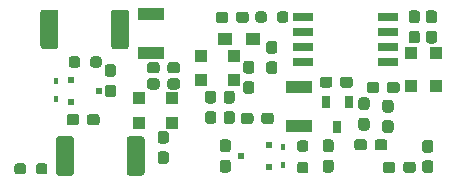
<source format=gbr>
%TF.GenerationSoftware,KiCad,Pcbnew,(5.1.9)-1*%
%TF.CreationDate,2021-08-27T14:21:39+03:00*%
%TF.ProjectId,Spina_SSM3J351,5370696e-615f-4535-934d-334a3335312e,rev?*%
%TF.SameCoordinates,Original*%
%TF.FileFunction,Paste,Top*%
%TF.FilePolarity,Positive*%
%FSLAX46Y46*%
G04 Gerber Fmt 4.6, Leading zero omitted, Abs format (unit mm)*
G04 Created by KiCad (PCBNEW (5.1.9)-1) date 2021-08-27 14:21:39*
%MOMM*%
%LPD*%
G01*
G04 APERTURE LIST*
%ADD10R,2.200000X1.100000*%
%ADD11R,0.650000X1.100000*%
%ADD12R,1.150000X1.000000*%
%ADD13R,0.575000X0.620000*%
%ADD14R,1.000000X1.000000*%
%ADD15R,0.420000X0.550000*%
%ADD16R,1.750000X0.650000*%
G04 APERTURE END LIST*
D10*
%TO.C,C1*%
X71424800Y-114503200D03*
X71424800Y-117803200D03*
%TD*%
%TO.C,C2*%
X83947000Y-123951000D03*
X83947000Y-120651000D03*
%TD*%
%TO.C,C3*%
G36*
G01*
X68207900Y-121543100D02*
X67732900Y-121543100D01*
G75*
G02*
X67495400Y-121305600I0J237500D01*
G01*
X67495400Y-120705600D01*
G75*
G02*
X67732900Y-120468100I237500J0D01*
G01*
X68207900Y-120468100D01*
G75*
G02*
X68445400Y-120705600I0J-237500D01*
G01*
X68445400Y-121305600D01*
G75*
G02*
X68207900Y-121543100I-237500J0D01*
G01*
G37*
G36*
G01*
X68207900Y-119818100D02*
X67732900Y-119818100D01*
G75*
G02*
X67495400Y-119580600I0J237500D01*
G01*
X67495400Y-118980600D01*
G75*
G02*
X67732900Y-118743100I237500J0D01*
G01*
X68207900Y-118743100D01*
G75*
G02*
X68445400Y-118980600I0J-237500D01*
G01*
X68445400Y-119580600D01*
G75*
G02*
X68207900Y-119818100I-237500J0D01*
G01*
G37*
%TD*%
%TO.C,C4*%
G36*
G01*
X89670900Y-124362500D02*
X89195900Y-124362500D01*
G75*
G02*
X88958400Y-124125000I0J237500D01*
G01*
X88958400Y-123525000D01*
G75*
G02*
X89195900Y-123287500I237500J0D01*
G01*
X89670900Y-123287500D01*
G75*
G02*
X89908400Y-123525000I0J-237500D01*
G01*
X89908400Y-124125000D01*
G75*
G02*
X89670900Y-124362500I-237500J0D01*
G01*
G37*
G36*
G01*
X89670900Y-122637500D02*
X89195900Y-122637500D01*
G75*
G02*
X88958400Y-122400000I0J237500D01*
G01*
X88958400Y-121800000D01*
G75*
G02*
X89195900Y-121562500I237500J0D01*
G01*
X89670900Y-121562500D01*
G75*
G02*
X89908400Y-121800000I0J-237500D01*
G01*
X89908400Y-122400000D01*
G75*
G02*
X89670900Y-122637500I-237500J0D01*
G01*
G37*
%TD*%
%TO.C,C5*%
G36*
G01*
X77936100Y-127918500D02*
X77461100Y-127918500D01*
G75*
G02*
X77223600Y-127681000I0J237500D01*
G01*
X77223600Y-127081000D01*
G75*
G02*
X77461100Y-126843500I237500J0D01*
G01*
X77936100Y-126843500D01*
G75*
G02*
X78173600Y-127081000I0J-237500D01*
G01*
X78173600Y-127681000D01*
G75*
G02*
X77936100Y-127918500I-237500J0D01*
G01*
G37*
G36*
G01*
X77936100Y-126193500D02*
X77461100Y-126193500D01*
G75*
G02*
X77223600Y-125956000I0J237500D01*
G01*
X77223600Y-125356000D01*
G75*
G02*
X77461100Y-125118500I237500J0D01*
G01*
X77936100Y-125118500D01*
G75*
G02*
X78173600Y-125356000I0J-237500D01*
G01*
X78173600Y-125956000D01*
G75*
G02*
X77936100Y-126193500I-237500J0D01*
G01*
G37*
%TD*%
%TO.C,C6*%
G36*
G01*
X87421600Y-120506500D02*
X87421600Y-120031500D01*
G75*
G02*
X87659100Y-119794000I237500J0D01*
G01*
X88259100Y-119794000D01*
G75*
G02*
X88496600Y-120031500I0J-237500D01*
G01*
X88496600Y-120506500D01*
G75*
G02*
X88259100Y-120744000I-237500J0D01*
G01*
X87659100Y-120744000D01*
G75*
G02*
X87421600Y-120506500I0J237500D01*
G01*
G37*
G36*
G01*
X85696600Y-120506500D02*
X85696600Y-120031500D01*
G75*
G02*
X85934100Y-119794000I237500J0D01*
G01*
X86534100Y-119794000D01*
G75*
G02*
X86771600Y-120031500I0J-237500D01*
G01*
X86771600Y-120506500D01*
G75*
G02*
X86534100Y-120744000I-237500J0D01*
G01*
X85934100Y-120744000D01*
G75*
G02*
X85696600Y-120506500I0J237500D01*
G01*
G37*
%TD*%
%TO.C,C7*%
G36*
G01*
X65982900Y-123681500D02*
X65982900Y-123206500D01*
G75*
G02*
X66220400Y-122969000I237500J0D01*
G01*
X66820400Y-122969000D01*
G75*
G02*
X67057900Y-123206500I0J-237500D01*
G01*
X67057900Y-123681500D01*
G75*
G02*
X66820400Y-123919000I-237500J0D01*
G01*
X66220400Y-123919000D01*
G75*
G02*
X65982900Y-123681500I0J237500D01*
G01*
G37*
G36*
G01*
X64257900Y-123681500D02*
X64257900Y-123206500D01*
G75*
G02*
X64495400Y-122969000I237500J0D01*
G01*
X65095400Y-122969000D01*
G75*
G02*
X65332900Y-123206500I0J-237500D01*
G01*
X65332900Y-123681500D01*
G75*
G02*
X65095400Y-123919000I-237500J0D01*
G01*
X64495400Y-123919000D01*
G75*
G02*
X64257900Y-123681500I0J237500D01*
G01*
G37*
%TD*%
%TO.C,C8*%
G36*
G01*
X95385900Y-116996500D02*
X94910900Y-116996500D01*
G75*
G02*
X94673400Y-116759000I0J237500D01*
G01*
X94673400Y-116159000D01*
G75*
G02*
X94910900Y-115921500I237500J0D01*
G01*
X95385900Y-115921500D01*
G75*
G02*
X95623400Y-116159000I0J-237500D01*
G01*
X95623400Y-116759000D01*
G75*
G02*
X95385900Y-116996500I-237500J0D01*
G01*
G37*
G36*
G01*
X95385900Y-115271500D02*
X94910900Y-115271500D01*
G75*
G02*
X94673400Y-115034000I0J237500D01*
G01*
X94673400Y-114434000D01*
G75*
G02*
X94910900Y-114196500I237500J0D01*
G01*
X95385900Y-114196500D01*
G75*
G02*
X95623400Y-114434000I0J-237500D01*
G01*
X95623400Y-115034000D01*
G75*
G02*
X95385900Y-115271500I-237500J0D01*
G01*
G37*
%TD*%
%TO.C,C9*%
G36*
G01*
X71067300Y-120658900D02*
X71067300Y-120183900D01*
G75*
G02*
X71304800Y-119946400I237500J0D01*
G01*
X71904800Y-119946400D01*
G75*
G02*
X72142300Y-120183900I0J-237500D01*
G01*
X72142300Y-120658900D01*
G75*
G02*
X71904800Y-120896400I-237500J0D01*
G01*
X71304800Y-120896400D01*
G75*
G02*
X71067300Y-120658900I0J237500D01*
G01*
G37*
G36*
G01*
X72792300Y-120658900D02*
X72792300Y-120183900D01*
G75*
G02*
X73029800Y-119946400I237500J0D01*
G01*
X73629800Y-119946400D01*
G75*
G02*
X73867300Y-120183900I0J-237500D01*
G01*
X73867300Y-120658900D01*
G75*
G02*
X73629800Y-120896400I-237500J0D01*
G01*
X73029800Y-120896400D01*
G75*
G02*
X72792300Y-120658900I0J237500D01*
G01*
G37*
%TD*%
%TO.C,C10*%
G36*
G01*
X72203300Y-126130100D02*
X72678300Y-126130100D01*
G75*
G02*
X72915800Y-126367600I0J-237500D01*
G01*
X72915800Y-126967600D01*
G75*
G02*
X72678300Y-127205100I-237500J0D01*
G01*
X72203300Y-127205100D01*
G75*
G02*
X71965800Y-126967600I0J237500D01*
G01*
X71965800Y-126367600D01*
G75*
G02*
X72203300Y-126130100I237500J0D01*
G01*
G37*
G36*
G01*
X72203300Y-124405100D02*
X72678300Y-124405100D01*
G75*
G02*
X72915800Y-124642600I0J-237500D01*
G01*
X72915800Y-125242600D01*
G75*
G02*
X72678300Y-125480100I-237500J0D01*
G01*
X72203300Y-125480100D01*
G75*
G02*
X71965800Y-125242600I0J237500D01*
G01*
X71965800Y-124642600D01*
G75*
G02*
X72203300Y-124405100I237500J0D01*
G01*
G37*
%TD*%
%TO.C,C11*%
G36*
G01*
X93463100Y-115919300D02*
X93938100Y-115919300D01*
G75*
G02*
X94175600Y-116156800I0J-237500D01*
G01*
X94175600Y-116756800D01*
G75*
G02*
X93938100Y-116994300I-237500J0D01*
G01*
X93463100Y-116994300D01*
G75*
G02*
X93225600Y-116756800I0J237500D01*
G01*
X93225600Y-116156800D01*
G75*
G02*
X93463100Y-115919300I237500J0D01*
G01*
G37*
G36*
G01*
X93463100Y-114194300D02*
X93938100Y-114194300D01*
G75*
G02*
X94175600Y-114431800I0J-237500D01*
G01*
X94175600Y-115031800D01*
G75*
G02*
X93938100Y-115269300I-237500J0D01*
G01*
X93463100Y-115269300D01*
G75*
G02*
X93225600Y-115031800I0J237500D01*
G01*
X93225600Y-114431800D01*
G75*
G02*
X93463100Y-114194300I237500J0D01*
G01*
G37*
%TD*%
%TO.C,C12*%
G36*
G01*
X91227900Y-121765700D02*
X91702900Y-121765700D01*
G75*
G02*
X91940400Y-122003200I0J-237500D01*
G01*
X91940400Y-122603200D01*
G75*
G02*
X91702900Y-122840700I-237500J0D01*
G01*
X91227900Y-122840700D01*
G75*
G02*
X90990400Y-122603200I0J237500D01*
G01*
X90990400Y-122003200D01*
G75*
G02*
X91227900Y-121765700I237500J0D01*
G01*
G37*
G36*
G01*
X91227900Y-123490700D02*
X91702900Y-123490700D01*
G75*
G02*
X91940400Y-123728200I0J-237500D01*
G01*
X91940400Y-124328200D01*
G75*
G02*
X91702900Y-124565700I-237500J0D01*
G01*
X91227900Y-124565700D01*
G75*
G02*
X90990400Y-124328200I0J237500D01*
G01*
X90990400Y-123728200D01*
G75*
G02*
X91227900Y-123490700I237500J0D01*
G01*
G37*
%TD*%
%TO.C,C13*%
G36*
G01*
X78608900Y-115020100D02*
X78608900Y-114545100D01*
G75*
G02*
X78846400Y-114307600I237500J0D01*
G01*
X79446400Y-114307600D01*
G75*
G02*
X79683900Y-114545100I0J-237500D01*
G01*
X79683900Y-115020100D01*
G75*
G02*
X79446400Y-115257600I-237500J0D01*
G01*
X78846400Y-115257600D01*
G75*
G02*
X78608900Y-115020100I0J237500D01*
G01*
G37*
G36*
G01*
X76883900Y-115020100D02*
X76883900Y-114545100D01*
G75*
G02*
X77121400Y-114307600I237500J0D01*
G01*
X77721400Y-114307600D01*
G75*
G02*
X77958900Y-114545100I0J-237500D01*
G01*
X77958900Y-115020100D01*
G75*
G02*
X77721400Y-115257600I-237500J0D01*
G01*
X77121400Y-115257600D01*
G75*
G02*
X76883900Y-115020100I0J237500D01*
G01*
G37*
%TD*%
%TO.C,C14*%
G36*
G01*
X71067300Y-119287300D02*
X71067300Y-118812300D01*
G75*
G02*
X71304800Y-118574800I237500J0D01*
G01*
X71904800Y-118574800D01*
G75*
G02*
X72142300Y-118812300I0J-237500D01*
G01*
X72142300Y-119287300D01*
G75*
G02*
X71904800Y-119524800I-237500J0D01*
G01*
X71304800Y-119524800D01*
G75*
G02*
X71067300Y-119287300I0J237500D01*
G01*
G37*
G36*
G01*
X72792300Y-119287300D02*
X72792300Y-118812300D01*
G75*
G02*
X73029800Y-118574800I237500J0D01*
G01*
X73629800Y-118574800D01*
G75*
G02*
X73867300Y-118812300I0J-237500D01*
G01*
X73867300Y-119287300D01*
G75*
G02*
X73629800Y-119524800I-237500J0D01*
G01*
X73029800Y-119524800D01*
G75*
G02*
X72792300Y-119287300I0J237500D01*
G01*
G37*
%TD*%
%TO.C,C15*%
G36*
G01*
X76216500Y-122728700D02*
X76691500Y-122728700D01*
G75*
G02*
X76929000Y-122966200I0J-237500D01*
G01*
X76929000Y-123566200D01*
G75*
G02*
X76691500Y-123803700I-237500J0D01*
G01*
X76216500Y-123803700D01*
G75*
G02*
X75979000Y-123566200I0J237500D01*
G01*
X75979000Y-122966200D01*
G75*
G02*
X76216500Y-122728700I237500J0D01*
G01*
G37*
G36*
G01*
X76216500Y-121003700D02*
X76691500Y-121003700D01*
G75*
G02*
X76929000Y-121241200I0J-237500D01*
G01*
X76929000Y-121841200D01*
G75*
G02*
X76691500Y-122078700I-237500J0D01*
G01*
X76216500Y-122078700D01*
G75*
G02*
X75979000Y-121841200I0J237500D01*
G01*
X75979000Y-121241200D01*
G75*
G02*
X76216500Y-121003700I237500J0D01*
G01*
G37*
%TD*%
%TO.C,C16*%
G36*
G01*
X95081100Y-126244300D02*
X94606100Y-126244300D01*
G75*
G02*
X94368600Y-126006800I0J237500D01*
G01*
X94368600Y-125406800D01*
G75*
G02*
X94606100Y-125169300I237500J0D01*
G01*
X95081100Y-125169300D01*
G75*
G02*
X95318600Y-125406800I0J-237500D01*
G01*
X95318600Y-126006800D01*
G75*
G02*
X95081100Y-126244300I-237500J0D01*
G01*
G37*
G36*
G01*
X95081100Y-127969300D02*
X94606100Y-127969300D01*
G75*
G02*
X94368600Y-127731800I0J237500D01*
G01*
X94368600Y-127131800D01*
G75*
G02*
X94606100Y-126894300I237500J0D01*
G01*
X95081100Y-126894300D01*
G75*
G02*
X95318600Y-127131800I0J-237500D01*
G01*
X95318600Y-127731800D01*
G75*
G02*
X95081100Y-127969300I-237500J0D01*
G01*
G37*
%TD*%
%TO.C,C17*%
G36*
G01*
X92460100Y-120488700D02*
X92460100Y-120963700D01*
G75*
G02*
X92222600Y-121201200I-237500J0D01*
G01*
X91622600Y-121201200D01*
G75*
G02*
X91385100Y-120963700I0J237500D01*
G01*
X91385100Y-120488700D01*
G75*
G02*
X91622600Y-120251200I237500J0D01*
G01*
X92222600Y-120251200D01*
G75*
G02*
X92460100Y-120488700I0J-237500D01*
G01*
G37*
G36*
G01*
X90735100Y-120488700D02*
X90735100Y-120963700D01*
G75*
G02*
X90497600Y-121201200I-237500J0D01*
G01*
X89897600Y-121201200D01*
G75*
G02*
X89660100Y-120963700I0J237500D01*
G01*
X89660100Y-120488700D01*
G75*
G02*
X89897600Y-120251200I237500J0D01*
G01*
X90497600Y-120251200D01*
G75*
G02*
X90735100Y-120488700I0J-237500D01*
G01*
G37*
%TD*%
%TO.C,C18*%
G36*
G01*
X81817500Y-123104900D02*
X81817500Y-123579900D01*
G75*
G02*
X81580000Y-123817400I-237500J0D01*
G01*
X80980000Y-123817400D01*
G75*
G02*
X80742500Y-123579900I0J237500D01*
G01*
X80742500Y-123104900D01*
G75*
G02*
X80980000Y-122867400I237500J0D01*
G01*
X81580000Y-122867400D01*
G75*
G02*
X81817500Y-123104900I0J-237500D01*
G01*
G37*
G36*
G01*
X80092500Y-123104900D02*
X80092500Y-123579900D01*
G75*
G02*
X79855000Y-123817400I-237500J0D01*
G01*
X79255000Y-123817400D01*
G75*
G02*
X79017500Y-123579900I0J237500D01*
G01*
X79017500Y-123104900D01*
G75*
G02*
X79255000Y-122867400I237500J0D01*
G01*
X79855000Y-122867400D01*
G75*
G02*
X80092500Y-123104900I0J-237500D01*
G01*
G37*
%TD*%
%TO.C,C19*%
G36*
G01*
X81398100Y-116787300D02*
X81873100Y-116787300D01*
G75*
G02*
X82110600Y-117024800I0J-237500D01*
G01*
X82110600Y-117624800D01*
G75*
G02*
X81873100Y-117862300I-237500J0D01*
G01*
X81398100Y-117862300D01*
G75*
G02*
X81160600Y-117624800I0J237500D01*
G01*
X81160600Y-117024800D01*
G75*
G02*
X81398100Y-116787300I237500J0D01*
G01*
G37*
G36*
G01*
X81398100Y-118512300D02*
X81873100Y-118512300D01*
G75*
G02*
X82110600Y-118749800I0J-237500D01*
G01*
X82110600Y-119349800D01*
G75*
G02*
X81873100Y-119587300I-237500J0D01*
G01*
X81398100Y-119587300D01*
G75*
G02*
X81160600Y-119349800I0J237500D01*
G01*
X81160600Y-118749800D01*
G75*
G02*
X81398100Y-118512300I237500J0D01*
G01*
G37*
%TD*%
%TO.C,C20*%
G36*
G01*
X77791300Y-122728700D02*
X78266300Y-122728700D01*
G75*
G02*
X78503800Y-122966200I0J-237500D01*
G01*
X78503800Y-123566200D01*
G75*
G02*
X78266300Y-123803700I-237500J0D01*
G01*
X77791300Y-123803700D01*
G75*
G02*
X77553800Y-123566200I0J237500D01*
G01*
X77553800Y-122966200D01*
G75*
G02*
X77791300Y-122728700I237500J0D01*
G01*
G37*
G36*
G01*
X77791300Y-121003700D02*
X78266300Y-121003700D01*
G75*
G02*
X78503800Y-121241200I0J-237500D01*
G01*
X78503800Y-121841200D01*
G75*
G02*
X78266300Y-122078700I-237500J0D01*
G01*
X77791300Y-122078700D01*
G75*
G02*
X77553800Y-121841200I0J237500D01*
G01*
X77553800Y-121241200D01*
G75*
G02*
X77791300Y-121003700I237500J0D01*
G01*
G37*
%TD*%
%TO.C,C21*%
G36*
G01*
X92106700Y-127245100D02*
X92106700Y-127720100D01*
G75*
G02*
X91869200Y-127957600I-237500J0D01*
G01*
X91269200Y-127957600D01*
G75*
G02*
X91031700Y-127720100I0J237500D01*
G01*
X91031700Y-127245100D01*
G75*
G02*
X91269200Y-127007600I237500J0D01*
G01*
X91869200Y-127007600D01*
G75*
G02*
X92106700Y-127245100I0J-237500D01*
G01*
G37*
G36*
G01*
X93831700Y-127245100D02*
X93831700Y-127720100D01*
G75*
G02*
X93594200Y-127957600I-237500J0D01*
G01*
X92994200Y-127957600D01*
G75*
G02*
X92756700Y-127720100I0J237500D01*
G01*
X92756700Y-127245100D01*
G75*
G02*
X92994200Y-127007600I237500J0D01*
G01*
X93594200Y-127007600D01*
G75*
G02*
X93831700Y-127245100I0J-237500D01*
G01*
G37*
%TD*%
%TO.C,C22*%
G36*
G01*
X88618700Y-125815100D02*
X88618700Y-125340100D01*
G75*
G02*
X88856200Y-125102600I237500J0D01*
G01*
X89456200Y-125102600D01*
G75*
G02*
X89693700Y-125340100I0J-237500D01*
G01*
X89693700Y-125815100D01*
G75*
G02*
X89456200Y-126052600I-237500J0D01*
G01*
X88856200Y-126052600D01*
G75*
G02*
X88618700Y-125815100I0J237500D01*
G01*
G37*
G36*
G01*
X90343700Y-125815100D02*
X90343700Y-125340100D01*
G75*
G02*
X90581200Y-125102600I237500J0D01*
G01*
X91181200Y-125102600D01*
G75*
G02*
X91418700Y-125340100I0J-237500D01*
G01*
X91418700Y-125815100D01*
G75*
G02*
X91181200Y-126052600I-237500J0D01*
G01*
X90581200Y-126052600D01*
G75*
G02*
X90343700Y-125815100I0J237500D01*
G01*
G37*
%TD*%
%TO.C,C23*%
G36*
G01*
X79442300Y-120188700D02*
X79917300Y-120188700D01*
G75*
G02*
X80154800Y-120426200I0J-237500D01*
G01*
X80154800Y-121026200D01*
G75*
G02*
X79917300Y-121263700I-237500J0D01*
G01*
X79442300Y-121263700D01*
G75*
G02*
X79204800Y-121026200I0J237500D01*
G01*
X79204800Y-120426200D01*
G75*
G02*
X79442300Y-120188700I237500J0D01*
G01*
G37*
G36*
G01*
X79442300Y-118463700D02*
X79917300Y-118463700D01*
G75*
G02*
X80154800Y-118701200I0J-237500D01*
G01*
X80154800Y-119301200D01*
G75*
G02*
X79917300Y-119538700I-237500J0D01*
G01*
X79442300Y-119538700D01*
G75*
G02*
X79204800Y-119301200I0J237500D01*
G01*
X79204800Y-118701200D01*
G75*
G02*
X79442300Y-118463700I237500J0D01*
G01*
G37*
%TD*%
%TO.C,C24*%
G36*
G01*
X86648300Y-126193500D02*
X86173300Y-126193500D01*
G75*
G02*
X85935800Y-125956000I0J237500D01*
G01*
X85935800Y-125356000D01*
G75*
G02*
X86173300Y-125118500I237500J0D01*
G01*
X86648300Y-125118500D01*
G75*
G02*
X86885800Y-125356000I0J-237500D01*
G01*
X86885800Y-125956000D01*
G75*
G02*
X86648300Y-126193500I-237500J0D01*
G01*
G37*
G36*
G01*
X86648300Y-127918500D02*
X86173300Y-127918500D01*
G75*
G02*
X85935800Y-127681000I0J237500D01*
G01*
X85935800Y-127081000D01*
G75*
G02*
X86173300Y-126843500I237500J0D01*
G01*
X86648300Y-126843500D01*
G75*
G02*
X86885800Y-127081000I0J-237500D01*
G01*
X86885800Y-127681000D01*
G75*
G02*
X86648300Y-127918500I-237500J0D01*
G01*
G37*
%TD*%
D11*
%TO.C,IC1*%
X88158200Y-121936800D03*
X86238200Y-121936800D03*
X87198200Y-124036800D03*
%TD*%
D12*
%TO.C,L3*%
X80035400Y-116611400D03*
X77685400Y-116611400D03*
%TD*%
D13*
%TO.C,Q1*%
X64643000Y-120055600D03*
X64643000Y-121955600D03*
X67019000Y-121005600D03*
%TD*%
%TO.C,Q2*%
X78999800Y-126517400D03*
X81375800Y-125567400D03*
X81375800Y-127467400D03*
%TD*%
%TO.C,R1*%
G36*
G01*
X66263700Y-118804700D02*
X66263700Y-118329700D01*
G75*
G02*
X66501200Y-118092200I237500J0D01*
G01*
X67001200Y-118092200D01*
G75*
G02*
X67238700Y-118329700I0J-237500D01*
G01*
X67238700Y-118804700D01*
G75*
G02*
X67001200Y-119042200I-237500J0D01*
G01*
X66501200Y-119042200D01*
G75*
G02*
X66263700Y-118804700I0J237500D01*
G01*
G37*
G36*
G01*
X64438700Y-118804700D02*
X64438700Y-118329700D01*
G75*
G02*
X64676200Y-118092200I237500J0D01*
G01*
X65176200Y-118092200D01*
G75*
G02*
X65413700Y-118329700I0J-237500D01*
G01*
X65413700Y-118804700D01*
G75*
G02*
X65176200Y-119042200I-237500J0D01*
G01*
X64676200Y-119042200D01*
G75*
G02*
X64438700Y-118804700I0J237500D01*
G01*
G37*
%TD*%
%TO.C,R2*%
G36*
G01*
X84489300Y-126170500D02*
X84014300Y-126170500D01*
G75*
G02*
X83776800Y-125933000I0J237500D01*
G01*
X83776800Y-125433000D01*
G75*
G02*
X84014300Y-125195500I237500J0D01*
G01*
X84489300Y-125195500D01*
G75*
G02*
X84726800Y-125433000I0J-237500D01*
G01*
X84726800Y-125933000D01*
G75*
G02*
X84489300Y-126170500I-237500J0D01*
G01*
G37*
G36*
G01*
X84489300Y-127995500D02*
X84014300Y-127995500D01*
G75*
G02*
X83776800Y-127758000I0J237500D01*
G01*
X83776800Y-127258000D01*
G75*
G02*
X84014300Y-127020500I237500J0D01*
G01*
X84489300Y-127020500D01*
G75*
G02*
X84726800Y-127258000I0J-237500D01*
G01*
X84726800Y-127758000D01*
G75*
G02*
X84489300Y-127995500I-237500J0D01*
G01*
G37*
%TD*%
%TO.C,R3*%
G36*
G01*
X83037500Y-114519700D02*
X83037500Y-114994700D01*
G75*
G02*
X82800000Y-115232200I-237500J0D01*
G01*
X82300000Y-115232200D01*
G75*
G02*
X82062500Y-114994700I0J237500D01*
G01*
X82062500Y-114519700D01*
G75*
G02*
X82300000Y-114282200I237500J0D01*
G01*
X82800000Y-114282200D01*
G75*
G02*
X83037500Y-114519700I0J-237500D01*
G01*
G37*
G36*
G01*
X81212500Y-114519700D02*
X81212500Y-114994700D01*
G75*
G02*
X80975000Y-115232200I-237500J0D01*
G01*
X80475000Y-115232200D01*
G75*
G02*
X80237500Y-114994700I0J237500D01*
G01*
X80237500Y-114519700D01*
G75*
G02*
X80475000Y-114282200I237500J0D01*
G01*
X80975000Y-114282200D01*
G75*
G02*
X81212500Y-114519700I0J-237500D01*
G01*
G37*
%TD*%
%TO.C,R4*%
G36*
G01*
X62641300Y-127372100D02*
X62641300Y-127847100D01*
G75*
G02*
X62403800Y-128084600I-237500J0D01*
G01*
X61903800Y-128084600D01*
G75*
G02*
X61666300Y-127847100I0J237500D01*
G01*
X61666300Y-127372100D01*
G75*
G02*
X61903800Y-127134600I237500J0D01*
G01*
X62403800Y-127134600D01*
G75*
G02*
X62641300Y-127372100I0J-237500D01*
G01*
G37*
G36*
G01*
X60816300Y-127372100D02*
X60816300Y-127847100D01*
G75*
G02*
X60578800Y-128084600I-237500J0D01*
G01*
X60078800Y-128084600D01*
G75*
G02*
X59841300Y-127847100I0J237500D01*
G01*
X59841300Y-127372100D01*
G75*
G02*
X60078800Y-127134600I237500J0D01*
G01*
X60578800Y-127134600D01*
G75*
G02*
X60816300Y-127372100I0J-237500D01*
G01*
G37*
%TD*%
D14*
%TO.C,Tr1*%
X73152000Y-123689800D03*
X73152000Y-121589800D03*
X70352000Y-123689800D03*
X70352000Y-121589800D03*
%TD*%
%TO.C,Tr2*%
X95504000Y-117783000D03*
X93404000Y-117783000D03*
X95504000Y-120583000D03*
X93404000Y-120583000D03*
%TD*%
%TO.C,Tr3*%
X75660600Y-118016600D03*
X75660600Y-120116600D03*
X78460600Y-118016600D03*
X78460600Y-120116600D03*
%TD*%
D15*
%TO.C,Z1*%
X63398400Y-121691400D03*
X63398400Y-120141400D03*
%TD*%
%TO.C,Z2*%
X82575400Y-127267000D03*
X82575400Y-125717000D03*
%TD*%
D16*
%TO.C,IC2*%
X91509000Y-118541800D03*
X91509000Y-117271800D03*
X91509000Y-116001800D03*
X91509000Y-114731800D03*
X84259000Y-114731800D03*
X84259000Y-116001800D03*
X84259000Y-117271800D03*
X84259000Y-118541800D03*
%TD*%
%TO.C,L1*%
G36*
G01*
X68020700Y-117223601D02*
X68020700Y-114373599D01*
G75*
G02*
X68270699Y-114123600I249999J0D01*
G01*
X69295701Y-114123600D01*
G75*
G02*
X69545700Y-114373599I0J-249999D01*
G01*
X69545700Y-117223601D01*
G75*
G02*
X69295701Y-117473600I-249999J0D01*
G01*
X68270699Y-117473600D01*
G75*
G02*
X68020700Y-117223601I0J249999D01*
G01*
G37*
G36*
G01*
X62045700Y-117223601D02*
X62045700Y-114373599D01*
G75*
G02*
X62295699Y-114123600I249999J0D01*
G01*
X63320701Y-114123600D01*
G75*
G02*
X63570700Y-114373599I0J-249999D01*
G01*
X63570700Y-117223601D01*
G75*
G02*
X63320701Y-117473600I-249999J0D01*
G01*
X62295699Y-117473600D01*
G75*
G02*
X62045700Y-117223601I0J249999D01*
G01*
G37*
%TD*%
%TO.C,L2*%
G36*
G01*
X63366500Y-127942401D02*
X63366500Y-125092399D01*
G75*
G02*
X63616499Y-124842400I249999J0D01*
G01*
X64641501Y-124842400D01*
G75*
G02*
X64891500Y-125092399I0J-249999D01*
G01*
X64891500Y-127942401D01*
G75*
G02*
X64641501Y-128192400I-249999J0D01*
G01*
X63616499Y-128192400D01*
G75*
G02*
X63366500Y-127942401I0J249999D01*
G01*
G37*
G36*
G01*
X69341500Y-127942401D02*
X69341500Y-125092399D01*
G75*
G02*
X69591499Y-124842400I249999J0D01*
G01*
X70616501Y-124842400D01*
G75*
G02*
X70866500Y-125092399I0J-249999D01*
G01*
X70866500Y-127942401D01*
G75*
G02*
X70616501Y-128192400I-249999J0D01*
G01*
X69591499Y-128192400D01*
G75*
G02*
X69341500Y-127942401I0J249999D01*
G01*
G37*
%TD*%
M02*

</source>
